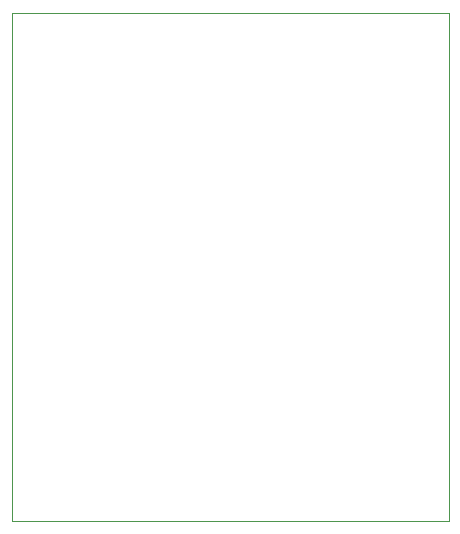
<source format=gbr>
%TF.GenerationSoftware,KiCad,Pcbnew,7.0.10*%
%TF.CreationDate,2024-02-19T12:02:35-07:00*%
%TF.ProjectId,jamie,6a616d69-652e-46b6-9963-61645f706362,rev?*%
%TF.SameCoordinates,Original*%
%TF.FileFunction,Profile,NP*%
%FSLAX46Y46*%
G04 Gerber Fmt 4.6, Leading zero omitted, Abs format (unit mm)*
G04 Created by KiCad (PCBNEW 7.0.10) date 2024-02-19 12:02:35*
%MOMM*%
%LPD*%
G01*
G04 APERTURE LIST*
%TA.AperFunction,Profile*%
%ADD10C,0.100000*%
%TD*%
G04 APERTURE END LIST*
D10*
X143000000Y-79000000D02*
X180000000Y-79000000D01*
X180000000Y-122000000D01*
X143000000Y-122000000D01*
X143000000Y-79000000D01*
M02*

</source>
